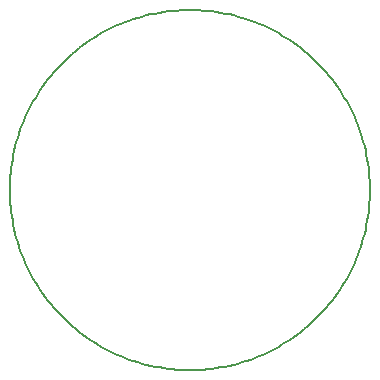
<source format=gbr>
G04 EAGLE Gerber X2 export*
%TF.Part,Single*%
%TF.FileFunction,Other,Other*%
%TF.FilePolarity,Positive*%
%TF.GenerationSoftware,Autodesk,EAGLE,9.0.1*%
%TF.CreationDate,2018-06-14T23:25:34Z*%
G75*
%MOMM*%
%FSLAX34Y34*%
%LPD*%
%AMOC8*
5,1,8,0,0,1.08239X$1,22.5*%
G01*
%ADD10C,0.152400*%


D10*
X508000Y571500D02*
X508046Y575240D01*
X508184Y578978D01*
X508413Y582711D01*
X508734Y586438D01*
X509146Y590155D01*
X509649Y593862D01*
X510244Y597555D01*
X510928Y601232D01*
X511703Y604891D01*
X512567Y608530D01*
X513521Y612147D01*
X514562Y615739D01*
X515692Y619305D01*
X516909Y622842D01*
X518212Y626348D01*
X519601Y629821D01*
X521074Y633259D01*
X522632Y636659D01*
X524273Y640021D01*
X525995Y643341D01*
X527799Y646618D01*
X529682Y649849D01*
X531644Y653034D01*
X533684Y656169D01*
X535800Y659253D01*
X537991Y662285D01*
X540256Y665261D01*
X542593Y668182D01*
X545001Y671044D01*
X547479Y673846D01*
X550025Y676586D01*
X552637Y679263D01*
X555314Y681875D01*
X558054Y684421D01*
X560856Y686899D01*
X563718Y689307D01*
X566639Y691644D01*
X569615Y693909D01*
X572647Y696100D01*
X575731Y698216D01*
X578866Y700256D01*
X582051Y702218D01*
X585282Y704101D01*
X588559Y705905D01*
X591879Y707627D01*
X595241Y709268D01*
X598641Y710826D01*
X602079Y712299D01*
X605552Y713688D01*
X609058Y714991D01*
X612595Y716208D01*
X616161Y717338D01*
X619753Y718379D01*
X623370Y719333D01*
X627009Y720197D01*
X630668Y720972D01*
X634345Y721656D01*
X638038Y722251D01*
X641745Y722754D01*
X645462Y723166D01*
X649189Y723487D01*
X652922Y723716D01*
X656660Y723854D01*
X660400Y723900D01*
X664140Y723854D01*
X667878Y723716D01*
X671611Y723487D01*
X675338Y723166D01*
X679055Y722754D01*
X682762Y722251D01*
X686455Y721656D01*
X690132Y720972D01*
X693791Y720197D01*
X697430Y719333D01*
X701047Y718379D01*
X704639Y717338D01*
X708205Y716208D01*
X711742Y714991D01*
X715248Y713688D01*
X718721Y712299D01*
X722159Y710826D01*
X725559Y709268D01*
X728921Y707627D01*
X732241Y705905D01*
X735518Y704101D01*
X738749Y702218D01*
X741934Y700256D01*
X745069Y698216D01*
X748153Y696100D01*
X751185Y693909D01*
X754161Y691644D01*
X757082Y689307D01*
X759944Y686899D01*
X762746Y684421D01*
X765486Y681875D01*
X768163Y679263D01*
X770775Y676586D01*
X773321Y673846D01*
X775799Y671044D01*
X778207Y668182D01*
X780544Y665261D01*
X782809Y662285D01*
X785000Y659253D01*
X787116Y656169D01*
X789156Y653034D01*
X791118Y649849D01*
X793001Y646618D01*
X794805Y643341D01*
X796527Y640021D01*
X798168Y636659D01*
X799726Y633259D01*
X801199Y629821D01*
X802588Y626348D01*
X803891Y622842D01*
X805108Y619305D01*
X806238Y615739D01*
X807279Y612147D01*
X808233Y608530D01*
X809097Y604891D01*
X809872Y601232D01*
X810556Y597555D01*
X811151Y593862D01*
X811654Y590155D01*
X812066Y586438D01*
X812387Y582711D01*
X812616Y578978D01*
X812754Y575240D01*
X812800Y571500D01*
X812754Y567760D01*
X812616Y564022D01*
X812387Y560289D01*
X812066Y556562D01*
X811654Y552845D01*
X811151Y549138D01*
X810556Y545445D01*
X809872Y541768D01*
X809097Y538109D01*
X808233Y534470D01*
X807279Y530853D01*
X806238Y527261D01*
X805108Y523695D01*
X803891Y520158D01*
X802588Y516652D01*
X801199Y513179D01*
X799726Y509741D01*
X798168Y506341D01*
X796527Y502979D01*
X794805Y499659D01*
X793001Y496382D01*
X791118Y493151D01*
X789156Y489966D01*
X787116Y486831D01*
X785000Y483747D01*
X782809Y480715D01*
X780544Y477739D01*
X778207Y474818D01*
X775799Y471956D01*
X773321Y469154D01*
X770775Y466414D01*
X768163Y463737D01*
X765486Y461125D01*
X762746Y458579D01*
X759944Y456101D01*
X757082Y453693D01*
X754161Y451356D01*
X751185Y449091D01*
X748153Y446900D01*
X745069Y444784D01*
X741934Y442744D01*
X738749Y440782D01*
X735518Y438899D01*
X732241Y437095D01*
X728921Y435373D01*
X725559Y433732D01*
X722159Y432174D01*
X718721Y430701D01*
X715248Y429312D01*
X711742Y428009D01*
X708205Y426792D01*
X704639Y425662D01*
X701047Y424621D01*
X697430Y423667D01*
X693791Y422803D01*
X690132Y422028D01*
X686455Y421344D01*
X682762Y420749D01*
X679055Y420246D01*
X675338Y419834D01*
X671611Y419513D01*
X667878Y419284D01*
X664140Y419146D01*
X660400Y419100D01*
X656660Y419146D01*
X652922Y419284D01*
X649189Y419513D01*
X645462Y419834D01*
X641745Y420246D01*
X638038Y420749D01*
X634345Y421344D01*
X630668Y422028D01*
X627009Y422803D01*
X623370Y423667D01*
X619753Y424621D01*
X616161Y425662D01*
X612595Y426792D01*
X609058Y428009D01*
X605552Y429312D01*
X602079Y430701D01*
X598641Y432174D01*
X595241Y433732D01*
X591879Y435373D01*
X588559Y437095D01*
X585282Y438899D01*
X582051Y440782D01*
X578866Y442744D01*
X575731Y444784D01*
X572647Y446900D01*
X569615Y449091D01*
X566639Y451356D01*
X563718Y453693D01*
X560856Y456101D01*
X558054Y458579D01*
X555314Y461125D01*
X552637Y463737D01*
X550025Y466414D01*
X547479Y469154D01*
X545001Y471956D01*
X542593Y474818D01*
X540256Y477739D01*
X537991Y480715D01*
X535800Y483747D01*
X533684Y486831D01*
X531644Y489966D01*
X529682Y493151D01*
X527799Y496382D01*
X525995Y499659D01*
X524273Y502979D01*
X522632Y506341D01*
X521074Y509741D01*
X519601Y513179D01*
X518212Y516652D01*
X516909Y520158D01*
X515692Y523695D01*
X514562Y527261D01*
X513521Y530853D01*
X512567Y534470D01*
X511703Y538109D01*
X510928Y541768D01*
X510244Y545445D01*
X509649Y549138D01*
X509146Y552845D01*
X508734Y556562D01*
X508413Y560289D01*
X508184Y564022D01*
X508046Y567760D01*
X508000Y571500D01*
M02*

</source>
